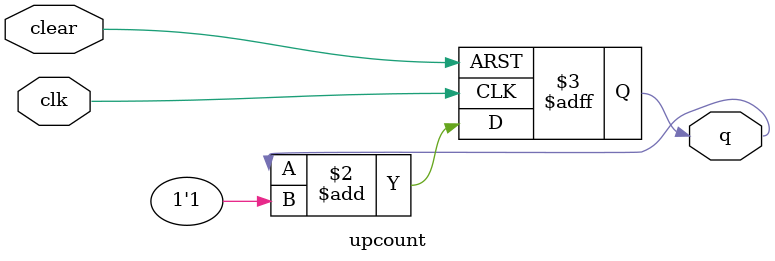
<source format=v>
module upcount(clear, clk, q);
    // 1 clock cycle
    input clear,  clk;
    output reg q;

    always @(posedge clk or posedge clear) begin
        if (clear)
            q <= 1'b0;
        else
            q <= q + 1'b1;
    end
endmodule
</source>
